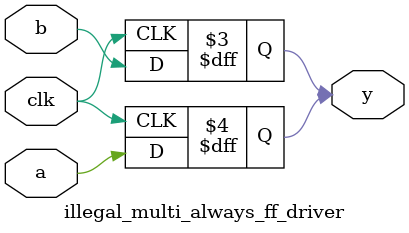
<source format=sv>
module illegal_multi_always_ff_driver (
  input logic clk,
  input logic a,
  input logic b,
  output logic y
);
  always_ff @(posedge clk)
    y <= a;
  always_ff @(posedge clk)
    y <= b;
endmodule

</source>
